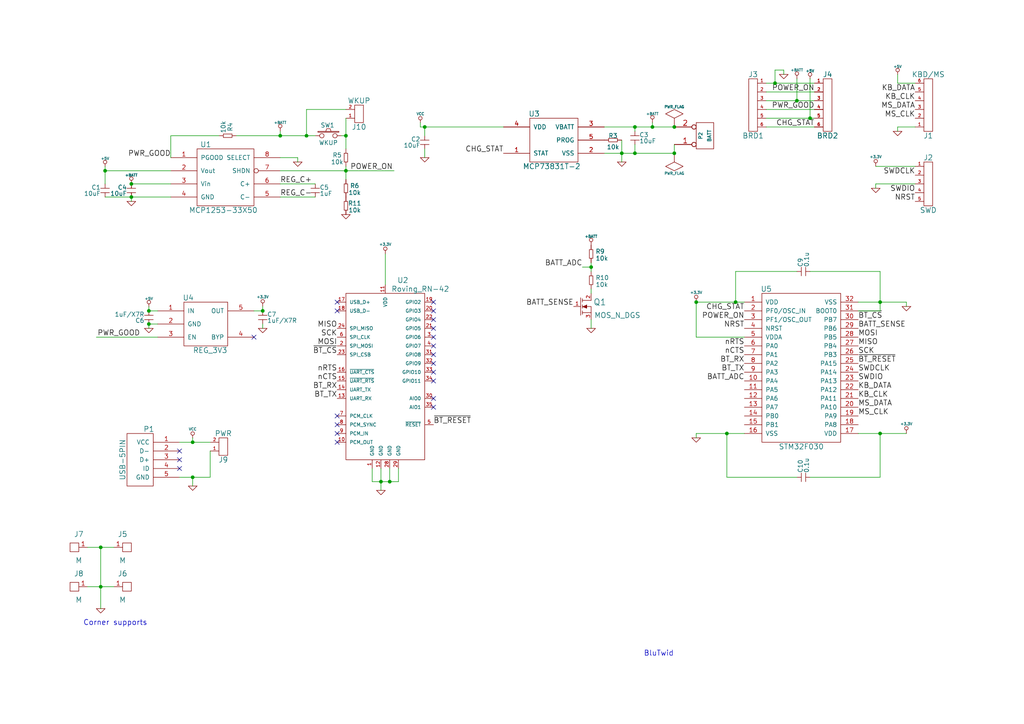
<source format=kicad_sch>
(kicad_sch (version 20230121) (generator eeschema)
  (paper "A4")
  (title_block (date "20 jul 2013"))
  (lib_symbols
    (symbol "blutwid-rescue:+3.3V-RESCUE-blutwid" (power) (pin_names (offset 0))
      (property "Value" "+3.3V-RESCUE-blutwid" (at 0 2.794 0))
      (symbol "+3.3V-RESCUE-blutwid_0_0"
        (pin power_in line (at 0 0 90) (length 0) hide (name "+3.3V") (number "1"))
      )
      (symbol "+3.3V-RESCUE-blutwid_0_1"
        (polyline (pts (xy 0 0) (xy 0 1.016) (xy 0 1.016)))
        (circle (center 0 1.524) (radius 0.508))
      )
    )
    (symbol "blutwid-rescue:+5V" (power) (pin_names (offset 1.016))
      (property "Value" "+5V" (at 0 2.286 0))
      (symbol "+5V_0_0"
        (pin power_in line (at 0 0 90) (length 0) hide (name "+5V") (number "1"))
      )
      (symbol "+5V_0_1"
        (polyline (pts (xy 0 0) (xy 0 0.762) (xy 0 0.762) (xy 0 0.762)))
        (circle (center 0 1.27) (radius 0.508))
      )
    )
    (symbol "blutwid-rescue:+BATT" (power) (pin_names (offset 0))
      (property "Value" "+BATT" (at 0 2.54 0))
      (symbol "+BATT_0_0"
        (pin power_in line (at 0 0 90) (length 0) hide (name "+BATT") (number "1"))
      )
      (symbol "+BATT_0_1"
        (polyline (pts (xy 0 0) (xy 0 1.016) (xy 0 1.016)))
        (circle (center 0 1.524) (radius 0.508))
      )
    )
    (symbol "blutwid-rescue:C" (pin_numbers hide) (pin_names (offset 0.254))
      (property "Reference" "C" (at 1.27 0.254 0))
      (property "Value" "C" (at 1.27 -1.524 0))
      (symbol "C_0_1"
        (polyline (pts (xy -1.27 0) (xy 1.27 0) (xy 1.27 0)))
        (polyline (pts (xy 1.27 -1.27) (xy -1.27 -1.27) (xy -1.27 -1.27)))
      )
      (symbol "C_1_1"
        (pin passive line (at 0 1.27 270) (length 1.27) (name "~") (number "1"))
        (pin passive line (at 0 -2.54 90) (length 1.27) (name "~") (number "2"))
      )
    )
    (symbol "blutwid-rescue:CONN_2" (pin_names (offset 1.016) hide)
      (property "Reference" "P" (at -1.27 0 90))
      (property "Value" "CONN_2" (at 1.27 0 90))
      (symbol "CONN_2_0_1"
        (rectangle (start -2.54 3.81) (end 2.54 -3.81))
      )
      (symbol "CONN_2_1_1"
        (pin passive inverted (at -8.89 2.54 0) (length 6.35) (name "P1") (number "1"))
        (pin passive inverted (at -8.89 -2.54 0) (length 6.35) (name "PM") (number "2"))
      )
    )
    (symbol "blutwid-rescue:GND" (power) (pin_names (offset 0))
      (symbol "GND_0_1"
        (polyline (pts (xy -1.27 0) (xy 0 -1.27) (xy 1.27 0) (xy -1.27 0)))
      )
      (symbol "GND_1_1"
        (pin power_in line (at 0 0 90) (length 0) hide (name "GND") (number "1"))
      )
    )
    (symbol "blutwid-rescue:GND-RESCUE-blutwid" (power) (pin_names (offset 0))
      (symbol "GND-RESCUE-blutwid_0_1"
        (polyline (pts (xy -1.27 0) (xy 0 -1.27) (xy 1.27 0) (xy -1.27 0)))
      )
      (symbol "GND-RESCUE-blutwid_1_1"
        (pin power_in line (at 0 0 90) (length 0) hide (name "GND") (number "1"))
      )
    )
    (symbol "blutwid-rescue:HEADER_1" (pin_names (offset 0))
      (property "Reference" "J" (at 0 3.81 0))
      (property "Value" "HEADER_1" (at 0 -3.81 0))
      (symbol "HEADER_1_0_1"
        (rectangle (start 2.54 1.27) (end 0 -1.27))
      )
      (symbol "HEADER_1_1_1"
        (pin passive line (at -2.54 0 0) (length 2.54) (name "~") (number "1"))
      )
    )
    (symbol "blutwid-rescue:HEADER_2" (pin_names (offset 0))
      (property "Reference" "J" (at 0 3.81 0))
      (property "Value" "HEADER_2" (at 0 -3.81 0))
      (symbol "HEADER_2_0_1"
        (rectangle (start 2.54 2.54) (end 0 -2.54))
      )
      (symbol "HEADER_2_1_1"
        (pin passive line (at -2.54 1.27 0) (length 2.54) (name "~") (number "1"))
        (pin passive line (at -2.54 -1.27 0) (length 2.54) (name "~") (number "2"))
      )
    )
    (symbol "blutwid-rescue:HEADER_5" (pin_names (offset 0))
      (property "Reference" "J" (at 0 7.62 0))
      (property "Value" "HEADER_5" (at 0 -7.62 0))
      (symbol "HEADER_5_0_1"
        (rectangle (start 2.54 6.35) (end 0 -6.35))
      )
      (symbol "HEADER_5_1_1"
        (pin passive line (at -2.54 5.08 0) (length 2.54) (name "~") (number "1"))
        (pin passive line (at -2.54 2.54 0) (length 2.54) (name "~") (number "2"))
        (pin passive line (at -2.54 0 0) (length 2.54) (name "~") (number "3"))
        (pin passive line (at -2.54 -2.54 0) (length 2.54) (name "~") (number "4"))
        (pin passive line (at -2.54 -5.08 0) (length 2.54) (name "~") (number "5"))
      )
    )
    (symbol "blutwid-rescue:HEADER_6" (pin_names (offset 0))
      (property "Reference" "J" (at 0 8.89 0))
      (property "Value" "HEADER_6" (at 0 -8.89 0))
      (symbol "HEADER_6_0_1"
        (rectangle (start 2.54 7.62) (end 0 -7.62))
      )
      (symbol "HEADER_6_1_1"
        (pin passive line (at -2.54 6.35 0) (length 2.54) (name "~") (number "1"))
        (pin passive line (at -2.54 3.81 0) (length 2.54) (name "~") (number "2"))
        (pin passive line (at -2.54 1.27 0) (length 2.54) (name "~") (number "3"))
        (pin passive line (at -2.54 -1.27 0) (length 2.54) (name "~") (number "4"))
        (pin passive line (at -2.54 -3.81 0) (length 2.54) (name "~") (number "5"))
        (pin passive line (at -2.54 -6.35 0) (length 2.54) (name "~") (number "6"))
      )
    )
    (symbol "blutwid-rescue:MCP1252/3" (pin_names (offset 1.016))
      (property "Reference" "U" (at 2.54 1.27 0))
      (property "Value" "MCP1252/3" (at 7.62 -17.78 0))
      (symbol "MCP1252/3_0_1"
        (rectangle (start 0 0) (end 16.51 -16.51))
      )
      (symbol "MCP1252/3_1_1"
        (pin output line (at -7.62 -2.54 0) (length 7.62) (name "PGOOD") (number "1"))
        (pin power_out line (at -7.62 -6.35 0) (length 7.62) (name "Vout") (number "2"))
        (pin power_in line (at -7.62 -10.16 0) (length 7.62) (name "Vin") (number "3"))
        (pin passive line (at -7.62 -13.97 0) (length 7.62) (name "GND") (number "4"))
        (pin passive line (at 24.13 -13.97 180) (length 7.62) (name "C-") (number "5"))
        (pin passive line (at 24.13 -10.16 180) (length 7.62) (name "C+") (number "6"))
        (pin input inverted (at 24.13 -6.35 180) (length 7.62) (name "SHDN") (number "7"))
        (pin input line (at 24.13 -2.54 180) (length 7.62) (name "SELECT") (number "8"))
      )
    )
    (symbol "blutwid-rescue:MCP73831" (pin_names (offset 1.016))
      (property "Reference" "U" (at -5.08 7.62 0))
      (property "Value" "MCP73831" (at 2.54 -7.62 0))
      (symbol "MCP73831_0_1"
        (rectangle (start -6.35 6.35) (end 7.62 -6.35))
      )
      (symbol "MCP73831_1_1"
        (pin open_collector line (at -13.97 -3.81 0) (length 7.62) (name "STAT") (number "1"))
        (pin power_in line (at 15.24 -3.81 180) (length 7.62) (name "VSS") (number "2"))
        (pin passive line (at 15.24 3.81 180) (length 7.62) (name "VBATT") (number "3"))
        (pin power_in line (at -13.97 3.81 0) (length 7.62) (name "VDD") (number "4"))
        (pin passive line (at 15.24 0 180) (length 7.62) (name "PROG") (number "5"))
      )
    )
    (symbol "blutwid-rescue:MOS_N_GDS" (pin_names (offset 0.762) hide)
      (property "Reference" "Q" (at -2.4638 6.35 0))
      (property "Value" "MOS_N_GDS" (at -3.7338 -6.2738 0))
      (symbol "MOS_N_GDS_0_1"
        (polyline (pts (xy -0.508 2.54) (xy -0.508 -2.54) (xy -0.508 -2.54)) (fill (type outline)))
        (polyline (pts (xy 0 -2.286) (xy 0 -1.27) (xy 0 -1.27)) (fill (type outline)))
        (polyline (pts (xy 0 -0.508) (xy 0 0.508) (xy 0 0.508)) (fill (type outline)))
        (polyline (pts (xy 0 1.27) (xy 0 2.286) (xy 0 2.286)) (fill (type outline)))
        (polyline (pts (xy 0 1.778) (xy 2.54 1.778) (xy 2.54 1.778)))
        (polyline (pts (xy 1.27 0.508) (xy 1.27 -0.508) (xy 0 0) (xy 0 0)) (fill (type outline)))
        (polyline (pts (xy 0 -1.778) (xy 2.54 -1.778) (xy 2.54 0) (xy 1.27 0) (xy 1.27 0)))
      )
      (symbol "MOS_N_GDS_1_1"
        (pin input line (at -2.54 0 0) (length 2.032) (name "G") (number "1"))
        (pin passive line (at 2.54 3.81 270) (length 2.032) (name "D") (number "2"))
        (pin passive line (at 2.54 -3.81 90) (length 2.032) (name "S") (number "3"))
      )
    )
    (symbol "blutwid-rescue:PWR_FLAG" (power) (pin_numbers hide) (pin_names (offset 0) hide)
      (property "Value" "PWR_FLAG" (at 0 5.842 0))
      (symbol "PWR_FLAG_0_0"
        (pin power_out line (at 0 0 90) (length 0) (name "pwr") (number "1"))
      )
      (symbol "PWR_FLAG_0_1"
        (polyline (pts (xy 0 0) (xy 0 2.54) (xy 0 2.54)))
        (polyline (pts (xy 0 2.54) (xy -2.54 3.81) (xy 0 5.08) (xy 2.54 3.81) (xy 0 2.54)))
      )
    )
    (symbol "blutwid-rescue:R" (pin_numbers hide) (pin_names (offset 0))
      (property "Reference" "R" (at -1.27 1.27 90))
      (property "Value" "R" (at 1.27 1.27 90))
      (symbol "R_0_1"
        (rectangle (start 0.508 1.27) (end -0.508 -1.27))
      )
      (symbol "R_1_1"
        (pin passive line (at 0 2.54 270) (length 1.27) (name "~") (number "1"))
        (pin passive line (at 0 -2.54 90) (length 1.27) (name "~") (number "2"))
      )
    )
    (symbol "blutwid-rescue:REG_3V3" (pin_names (offset 1.016))
      (property "Reference" "U" (at -5.08 7.62 0))
      (property "Value" "REG_3V3" (at 1.27 -7.62 0))
      (symbol "REG_3V3_0_1"
        (rectangle (start -6.35 6.35) (end 6.35 -6.35))
      )
      (symbol "REG_3V3_1_1"
        (pin power_in line (at -13.97 3.81 0) (length 7.62) (name "IN") (number "1"))
        (pin power_in line (at -13.97 0 0) (length 7.62) (name "GND") (number "2"))
        (pin input line (at -13.97 -3.81 0) (length 7.62) (name "EN") (number "3"))
        (pin passive line (at 13.97 -3.81 180) (length 7.62) (name "BYP") (number "4"))
        (pin power_out line (at 13.97 3.81 180) (length 7.62) (name "OUT") (number "5"))
      )
    )
    (symbol "blutwid-rescue:Roving_RN-42" (pin_names (offset 1.016))
      (property "Reference" "U" (at 5.08 27.94 0))
      (property "Value" "Roving_RN-42" (at 10.16 25.4 0))
      (symbol "Roving_RN-42_0_1"
        (rectangle (start -11.43 24.13) (end 11.43 -24.13))
      )
      (symbol "Roving_RN-42_1_1"
        (pin passive line (at -3.81 -26.67 90) (length 2.54) (name "GND") (number "1"))
        (pin passive line (at -13.97 -19.05 0) (length 2.54) (name "PCM_OUT") (number "10"))
        (pin passive line (at 0 26.67 270) (length 2.54) (name "VDD") (number "11"))
        (pin passive line (at -1.27 -26.67 90) (length 2.54) (name "GND") (number "12"))
        (pin passive line (at -13.97 -6.35 0) (length 2.54) (name "UART_RX") (number "13"))
        (pin passive line (at -13.97 -3.81 0) (length 2.54) (name "UART_TX") (number "14"))
        (pin passive line (at -13.97 -1.27 0) (length 2.54) (name "~{UART_RTS}") (number "15"))
        (pin passive line (at -13.97 1.27 0) (length 2.54) (name "~{UART_CTS}") (number "16"))
        (pin passive line (at -13.97 21.59 0) (length 2.54) (name "USB_D+") (number "17"))
        (pin passive line (at -13.97 19.05 0) (length 2.54) (name "USB_D-") (number "18"))
        (pin passive line (at 13.97 21.59 180) (length 2.54) (name "GPIO2") (number "19"))
        (pin passive line (at -13.97 8.89 0) (length 2.54) (name "SPI_MOSI") (number "2"))
        (pin passive line (at 13.97 19.05 180) (length 2.54) (name "GPIO3") (number "20"))
        (pin passive line (at 13.97 13.97 180) (length 2.54) (name "GPIO5") (number "21"))
        (pin passive line (at 13.97 16.51 180) (length 2.54) (name "GPIO4") (number "22"))
        (pin passive line (at -13.97 6.35 0) (length 2.54) (name "SPI_CSB") (number "23"))
        (pin passive line (at -13.97 13.97 0) (length 2.54) (name "SPI_MISO") (number "24"))
        (pin passive line (at 1.27 -26.67 90) (length 2.54) (name "GND") (number "28"))
        (pin passive line (at 3.81 -26.67 90) (length 2.54) (name "GND") (number "29"))
        (pin passive line (at 13.97 11.43 180) (length 2.54) (name "GPIO6") (number "3"))
        (pin passive line (at 13.97 -6.35 180) (length 2.54) (name "AIO0") (number "30"))
        (pin passive line (at 13.97 6.35 180) (length 2.54) (name "GPIO8") (number "31"))
        (pin passive line (at 13.97 3.81 180) (length 2.54) (name "GPIO9") (number "32"))
        (pin passive line (at 13.97 1.27 180) (length 2.54) (name "GPIO10") (number "33"))
        (pin passive line (at 13.97 -1.27 180) (length 2.54) (name "GPIO11") (number "34"))
        (pin passive line (at 13.97 -8.89 180) (length 2.54) (name "AIO1") (number "35"))
        (pin passive line (at 13.97 8.89 180) (length 2.54) (name "GPIO7") (number "4"))
        (pin passive line (at 13.97 -13.97 180) (length 2.54) (name "~{RESET}") (number "5"))
        (pin passive line (at -13.97 11.43 0) (length 2.54) (name "SPI_CLK") (number "6"))
        (pin passive line (at -13.97 -11.43 0) (length 2.54) (name "PCM_CLK") (number "7"))
        (pin passive line (at -13.97 -13.97 0) (length 2.54) (name "PCM_SYNC") (number "8"))
        (pin passive line (at -13.97 -16.51 0) (length 2.54) (name "PCM_IN") (number "9"))
      )
    )
    (symbol "blutwid-rescue:STM32F030-32SMD" (pin_names (offset 1.016))
      (property "Reference" "U" (at 1.27 44.45 0))
      (property "Value" "STM32F030-32SMD" (at 11.43 -1.27 0))
      (property "Supplier" "element14:http://au.element14.com/stmicroelectronics/stm32f030k6t6/mcu-32bit-cortex-m0-48mhz-lqfp/dp/2432085" (at 11.43 -7.62 0))
      (symbol "STM32F030-32SMD_0_1"
        (rectangle (start 0 0) (end 22.86 43.18))
      )
      (symbol "STM32F030-32SMD_1_1"
        (pin power_in line (at -5.08 40.64 0) (length 5.08) (name "VDD") (number "1"))
        (pin bidirectional line (at -5.08 17.78 0) (length 5.08) (name "PA4") (number "10"))
        (pin bidirectional line (at -5.08 15.24 0) (length 5.08) (name "PA5") (number "11"))
        (pin bidirectional line (at -5.08 12.7 0) (length 5.08) (name "PA6") (number "12"))
        (pin bidirectional line (at -5.08 10.16 0) (length 5.08) (name "PA7") (number "13"))
        (pin bidirectional line (at -5.08 7.62 0) (length 5.08) (name "PB0") (number "14"))
        (pin bidirectional line (at -5.08 5.08 0) (length 5.08) (name "PB1") (number "15"))
        (pin power_in line (at -5.08 2.54 0) (length 5.08) (name "VSS") (number "16"))
        (pin power_in line (at 27.94 2.54 180) (length 5.08) (name "VDD") (number "17"))
        (pin bidirectional line (at 27.94 5.08 180) (length 5.08) (name "PA8") (number "18"))
        (pin bidirectional line (at 27.94 7.62 180) (length 5.08) (name "PA9") (number "19"))
        (pin bidirectional line (at -5.08 38.1 0) (length 5.08) (name "PF0/OSC_IN") (number "2"))
        (pin bidirectional line (at 27.94 10.16 180) (length 5.08) (name "PA10") (number "20"))
        (pin bidirectional line (at 27.94 12.7 180) (length 5.08) (name "PA11") (number "21"))
        (pin bidirectional line (at 27.94 15.24 180) (length 5.08) (name "PA12") (number "22"))
        (pin bidirectional line (at 27.94 17.78 180) (length 5.08) (name "PA13") (number "23"))
        (pin bidirectional line (at 27.94 20.32 180) (length 5.08) (name "PA14") (number "24"))
        (pin bidirectional line (at 27.94 22.86 180) (length 5.08) (name "PA15") (number "25"))
        (pin bidirectional line (at 27.94 25.4 180) (length 5.08) (name "PB3") (number "26"))
        (pin bidirectional line (at 27.94 27.94 180) (length 5.08) (name "PB4") (number "27"))
        (pin bidirectional line (at 27.94 30.48 180) (length 5.08) (name "PB5") (number "28"))
        (pin bidirectional line (at 27.94 33.02 180) (length 5.08) (name "PB6") (number "29"))
        (pin bidirectional line (at -5.08 35.56 0) (length 5.08) (name "PF1/OSC_OUT") (number "3"))
        (pin bidirectional line (at 27.94 35.56 180) (length 5.08) (name "PB7") (number "30"))
        (pin input line (at 27.94 38.1 180) (length 5.08) (name "BOOT0") (number "31"))
        (pin power_in line (at 27.94 40.64 180) (length 5.08) (name "VSS") (number "32"))
        (pin input line (at -5.08 33.02 0) (length 5.08) (name "NRST") (number "4"))
        (pin power_in line (at -5.08 30.48 0) (length 5.08) (name "VDDA") (number "5"))
        (pin bidirectional line (at -5.08 27.94 0) (length 5.08) (name "PA0") (number "6"))
        (pin bidirectional line (at -5.08 25.4 0) (length 5.08) (name "PA1") (number "7"))
        (pin bidirectional line (at -5.08 22.86 0) (length 5.08) (name "PA2") (number "8"))
        (pin bidirectional line (at -5.08 20.32 0) (length 5.08) (name "PA3") (number "9"))
      )
    )
    (symbol "blutwid-rescue:SW_PUSH" (pin_numbers hide) (pin_names (offset 1.016) hide)
      (property "Reference" "SW" (at 0.254 3.048 0))
      (property "Value" "SW_PUSH" (at 0 -2.032 0))
      (symbol "SW_PUSH_0_0"
        (rectangle (start -3.048 1.016) (end 3.048 1.27))
        (polyline (pts (xy -0.762 1.27) (xy -0.508 2.032) (xy 0.508 2.032) (xy 0.762 1.27) (xy 0.762 1.27)))
      )
      (symbol "SW_PUSH_0_1"
        (pin passive inverted (at -3.81 0 0) (length 2.54) (name "1") (number "1"))
        (pin passive inverted (at 3.81 0 180) (length 2.54) (name "2") (number "2"))
      )
    )
    (symbol "blutwid-rescue:USB-5PIN" (pin_names (offset 1.016))
      (property "Reference" "P" (at 1.27 8.89 0))
      (property "Value" "USB-5PIN" (at 8.89 0 90))
      (symbol "USB-5PIN_0_1"
        (rectangle (start 0 7.62) (end 7.62 -7.62))
      )
      (symbol "USB-5PIN_1_1"
        (pin power_out line (at -7.62 5.08 0) (length 7.62) (name "VCC") (number "1"))
        (pin bidirectional line (at -7.62 2.54 0) (length 7.62) (name "D-") (number "2"))
        (pin bidirectional line (at -7.62 0 0) (length 7.62) (name "D+") (number "3"))
        (pin bidirectional line (at -7.62 -2.54 0) (length 7.62) (name "ID") (number "4"))
        (pin passive line (at -7.62 -5.08 0) (length 7.62) (name "GND") (number "5"))
      )
    )
    (symbol "blutwid-rescue:VCC" (power) (pin_names (offset 0))
      (property "Value" "VCC" (at 0 2.54 0))
      (symbol "VCC_0_0"
        (pin power_in line (at 0 0 90) (length 0) hide (name "VCC") (number "1"))
      )
      (symbol "VCC_0_1"
        (polyline (pts (xy 0 0) (xy 0 0.762) (xy 0 0.762)))
        (circle (center 0 1.27) (radius 0.508))
      )
    )
  )
  (junction (at 184.15 36.83))
  (junction (at 38.1 57.15))
  (junction (at 184.15 44.45))
  (junction (at 29.21 158.75))
  (junction (at 213.36 87.63))
  (junction (at 55.88 128.27))
  (junction (at 81.28 39.37))
  (junction (at 110.49 139.7))
  (junction (at 100.33 39.37))
  (junction (at 100.33 49.53))
  (junction (at 29.21 170.18))
  (junction (at 195.58 44.45))
  (junction (at 210.82 125.73))
  (junction (at 255.27 87.63))
  (junction (at 113.03 139.7))
  (junction (at 38.1 53.34))
  (junction (at 43.18 90.17))
  (junction (at 231.14 29.21))
  (junction (at 180.34 44.45))
  (junction (at 195.58 36.83))
  (junction (at 55.88 138.43))
  (junction (at 234.95 34.29))
  (junction (at 43.18 93.98))
  (junction (at 30.48 49.53))
  (junction (at 201.93 87.63))
  (junction (at 189.23 36.83))
  (junction (at 255.27 125.73))
  (junction (at 88.9 39.37))
  (junction (at 76.2 90.17))
  (junction (at 224.79 24.13))
  (junction (at 171.45 77.47))
  (junction (at 123.19 36.83))
  (no_connect (at 125.73 100.33))
  (no_connect (at 125.73 92.71))
  (no_connect (at 125.73 102.87))
  (no_connect (at 97.79 123.19))
  (no_connect (at 125.73 105.41))
  (no_connect (at 125.73 97.79))
  (no_connect (at 97.79 120.65))
  (no_connect (at 125.73 90.17))
  (no_connect (at 52.07 135.89))
  (no_connect (at 125.73 95.25))
  (no_connect (at 97.79 125.73))
  (no_connect (at 97.79 87.63))
  (no_connect (at 125.73 87.63))
  (no_connect (at 52.07 133.35))
  (no_connect (at 73.66 97.79))
  (no_connect (at 97.79 128.27))
  (no_connect (at 125.73 115.57))
  (no_connect (at 97.79 90.17))
  (no_connect (at 125.73 118.11))
  (no_connect (at 125.73 110.49))
  (no_connect (at 52.07 130.81))
  (no_connect (at 125.73 107.95))
  (wire (pts (xy 30.48 48.26) (xy 30.48 49.53)))
  (wire (pts (xy 234.95 34.29) (xy 222.25 34.29)))
  (wire (pts (xy 113.03 139.7) (xy 113.03 135.89)))
  (wire (pts (xy 55.88 128.27) (xy 60.96 128.27)))
  (wire (pts (xy 107.95 139.7) (xy 110.49 139.7)))
  (wire (pts (xy 236.22 29.21) (xy 231.14 29.21)))
  (wire (pts (xy 43.18 93.98) (xy 43.18 95.25)))
  (wire (pts (xy 45.72 93.98) (xy 43.18 93.98)))
  (wire (pts (xy 110.49 139.7) (xy 110.49 142.24)))
  (wire (pts (xy 60.96 138.43) (xy 60.96 130.81)))
  (wire (pts (xy 231.14 22.86) (xy 231.14 29.21)))
  (wire (pts (xy 100.33 31.75) (xy 88.9 31.75)))
  (wire (pts (xy 121.92 36.83) (xy 123.19 36.83)))
  (wire (pts (xy 45.72 97.79) (xy 27.94 97.79)))
  (wire (pts (xy 213.36 87.63) (xy 213.36 78.74)))
  (wire (pts (xy 30.48 57.15) (xy 38.1 57.15)))
  (wire (pts (xy 175.26 44.45) (xy 180.34 44.45)))
  (wire (pts (xy 224.79 24.13) (xy 236.22 24.13)))
  (wire (pts (xy 248.92 87.63) (xy 255.27 87.63)))
  (wire (pts (xy 213.36 78.74) (xy 231.14 78.74)))
  (wire (pts (xy 255.27 78.74) (xy 255.27 87.63)))
  (wire (pts (xy 73.66 90.17) (xy 76.2 90.17)))
  (wire (pts (xy 189.23 35.56) (xy 189.23 36.83)))
  (wire (pts (xy 227.33 20.32) (xy 224.79 20.32)))
  (wire (pts (xy 55.88 128.27) (xy 55.88 127)))
  (wire (pts (xy 168.91 77.47) (xy 171.45 77.47)))
  (wire (pts (xy 255.27 87.63) (xy 255.27 90.17)))
  (wire (pts (xy 45.72 90.17) (xy 43.18 90.17)))
  (wire (pts (xy 68.58 39.37) (xy 81.28 39.37)))
  (wire (pts (xy 25.4 170.18) (xy 29.21 170.18)))
  (wire (pts (xy 236.22 31.75) (xy 222.25 31.75)))
  (wire (pts (xy 29.21 170.18) (xy 33.02 170.18)))
  (wire (pts (xy 76.2 93.98) (xy 76.2 95.25)))
  (wire (pts (xy 123.19 36.83) (xy 123.19 39.37)))
  (wire (pts (xy 184.15 44.45) (xy 195.58 44.45)))
  (wire (pts (xy 189.23 36.83) (xy 195.58 36.83)))
  (wire (pts (xy 222.25 24.13) (xy 224.79 24.13)))
  (wire (pts (xy 29.21 158.75) (xy 29.21 170.18)))
  (wire (pts (xy 236.22 36.83) (xy 222.25 36.83)))
  (wire (pts (xy 38.1 57.15) (xy 49.53 57.15)))
  (wire (pts (xy 234.95 138.43) (xy 255.27 138.43)))
  (wire (pts (xy 86.36 45.72) (xy 81.28 45.72)))
  (wire (pts (xy 265.43 36.83) (xy 260.35 36.83)))
  (wire (pts (xy 110.49 139.7) (xy 113.03 139.7)))
  (wire (pts (xy 224.79 20.32) (xy 224.79 24.13)))
  (wire (pts (xy 100.33 49.53) (xy 100.33 52.07)))
  (wire (pts (xy 88.9 39.37) (xy 91.44 39.37)))
  (wire (pts (xy 107.95 135.89) (xy 107.95 139.7)))
  (wire (pts (xy 30.48 49.53) (xy 30.48 53.34)))
  (wire (pts (xy 76.2 90.17) (xy 76.2 88.9)))
  (wire (pts (xy 201.93 97.79) (xy 201.93 87.63)))
  (wire (pts (xy 231.14 29.21) (xy 222.25 29.21)))
  (wire (pts (xy 254 53.34) (xy 265.43 53.34)))
  (wire (pts (xy 180.34 40.64) (xy 180.34 44.45)))
  (wire (pts (xy 201.93 125.73) (xy 210.82 125.73)))
  (wire (pts (xy 52.07 138.43) (xy 55.88 138.43)))
  (wire (pts (xy 81.28 39.37) (xy 88.9 39.37)))
  (wire (pts (xy 100.33 39.37) (xy 99.06 39.37)))
  (wire (pts (xy 115.57 139.7) (xy 115.57 135.89)))
  (wire (pts (xy 86.36 46.99) (xy 86.36 45.72)))
  (wire (pts (xy 111.76 82.55) (xy 111.76 73.66)))
  (wire (pts (xy 215.9 97.79) (xy 201.93 97.79)))
  (wire (pts (xy 100.33 34.29) (xy 100.33 39.37)))
  (wire (pts (xy 210.82 125.73) (xy 210.82 138.43)))
  (wire (pts (xy 213.36 87.63) (xy 215.9 87.63)))
  (wire (pts (xy 260.35 24.13) (xy 260.35 21.59)))
  (wire (pts (xy 25.4 158.75) (xy 29.21 158.75)))
  (wire (pts (xy 43.18 90.17) (xy 43.18 88.9)))
  (wire (pts (xy 255.27 90.17) (xy 248.92 90.17)))
  (wire (pts (xy 171.45 77.47) (xy 171.45 78.74)))
  (wire (pts (xy 49.53 49.53) (xy 30.48 49.53)))
  (wire (pts (xy 81.28 53.34) (xy 91.44 53.34)))
  (wire (pts (xy 52.07 128.27) (xy 55.88 128.27)))
  (wire (pts (xy 123.19 36.83) (xy 146.05 36.83)))
  (wire (pts (xy 29.21 170.18) (xy 29.21 176.53)))
  (wire (pts (xy 201.93 87.63) (xy 213.36 87.63)))
  (wire (pts (xy 265.43 24.13) (xy 260.35 24.13)))
  (wire (pts (xy 227.33 21.59) (xy 227.33 20.32)))
  (wire (pts (xy 255.27 138.43) (xy 255.27 125.73)))
  (wire (pts (xy 81.28 39.37) (xy 81.28 38.1)))
  (wire (pts (xy 175.26 36.83) (xy 184.15 36.83)))
  (wire (pts (xy 234.95 78.74) (xy 255.27 78.74)))
  (wire (pts (xy 184.15 41.91) (xy 184.15 44.45)))
  (wire (pts (xy 29.21 158.75) (xy 33.02 158.75)))
  (wire (pts (xy 180.34 44.45) (xy 180.34 46.99)))
  (wire (pts (xy 234.95 22.86) (xy 234.95 34.29)))
  (wire (pts (xy 123.19 45.72) (xy 123.19 43.18)))
  (wire (pts (xy 222.25 26.67) (xy 236.22 26.67)))
  (wire (pts (xy 260.35 36.83) (xy 260.35 38.1)))
  (wire (pts (xy 195.58 44.45) (xy 195.58 41.91)))
  (wire (pts (xy 49.53 45.72) (xy 49.53 39.37)))
  (wire (pts (xy 81.28 49.53) (xy 100.33 49.53)))
  (wire (pts (xy 254 54.61) (xy 254 53.34)))
  (wire (pts (xy 100.33 39.37) (xy 100.33 43.18)))
  (wire (pts (xy 171.45 76.2) (xy 171.45 77.47)))
  (wire (pts (xy 262.89 87.63) (xy 262.89 88.9)))
  (wire (pts (xy 100.33 49.53) (xy 114.3 49.53)))
  (wire (pts (xy 91.44 57.15) (xy 81.28 57.15)))
  (wire (pts (xy 184.15 36.83) (xy 184.15 38.1)))
  (wire (pts (xy 55.88 138.43) (xy 55.88 140.97)))
  (wire (pts (xy 210.82 125.73) (xy 215.9 125.73)))
  (wire (pts (xy 184.15 36.83) (xy 189.23 36.83)))
  (wire (pts (xy 49.53 39.37) (xy 63.5 39.37)))
  (wire (pts (xy 255.27 125.73) (xy 262.89 125.73)))
  (wire (pts (xy 210.82 138.43) (xy 231.14 138.43)))
  (wire (pts (xy 201.93 125.73) (xy 201.93 127)))
  (wire (pts (xy 88.9 31.75) (xy 88.9 39.37)))
  (wire (pts (xy 110.49 135.89) (xy 110.49 139.7)))
  (wire (pts (xy 100.33 48.26) (xy 100.33 49.53)))
  (wire (pts (xy 55.88 138.43) (xy 60.96 138.43)))
  (wire (pts (xy 38.1 57.15) (xy 38.1 58.42)))
  (wire (pts (xy 113.03 139.7) (xy 115.57 139.7)))
  (wire (pts (xy 171.45 83.82) (xy 171.45 85.09)))
  (wire (pts (xy 255.27 87.63) (xy 262.89 87.63)))
  (wire (pts (xy 180.34 44.45) (xy 184.15 44.45)))
  (wire (pts (xy 265.43 48.26) (xy 254 48.26)))
  (wire (pts (xy 236.22 34.29) (xy 234.95 34.29)))
  (wire (pts (xy 171.45 92.71) (xy 171.45 95.25)))
  (wire (pts (xy 248.92 125.73) (xy 255.27 125.73)))
  (wire (pts (xy 121.92 36.83) (xy 121.92 35.56)))
  (wire (pts (xy 49.53 53.34) (xy 38.1 53.34)))
  (text "Corner supports" (at 24.13 181.61 0) (effects (font (size 1.524 1.524)) (justify left bottom)))
  (text "BluTwid" (at 186.69 190.5 0) (effects (font (size 1.524 1.524)) (justify left bottom)))
  (label "PWR_GOOD" (at 40.64 97.79 180) (effects (font (size 1.524 1.524))))
  (label "NRST" (at 215.9 95.25 180) (effects (font (size 1.524 1.524))))
  (label "BATT_SENSE" (at 248.92 95.25 0) (effects (font (size 1.524 1.524))))
  (label "BATT_SENSE" (at 166.37 88.9 180) (effects (font (size 1.524 1.524))))
  (label "nRTS" (at 97.79 107.95 180) (effects (font (size 1.524 1.524))))
  (label "nCTS" (at 97.79 110.49 180) (effects (font (size 1.524 1.524))))
  (label "~{BT_CS}" (at 248.92 92.71 0) (effects (font (size 1.524 1.524))))
  (label "MOSI" (at 248.92 97.79 0) (effects (font (size 1.524 1.524))))
  (label "REG_C+" (at 81.28 53.34 0) (effects (font (size 1.524 1.524))))
  (label "BATT_ADC" (at 168.91 77.47 180) (effects (font (size 1.524 1.524))))
  (label "KB_DATA" (at 265.43 26.67 180) (effects (font (size 1.524 1.524))))
  (label "nRTS" (at 215.9 100.33 180) (effects (font (size 1.524 1.524))))
  (label "BT_TX" (at 97.79 115.57 180) (effects (font (size 1.524 1.524))))
  (label "MS_DATA" (at 265.43 31.75 180) (effects (font (size 1.524 1.524))))
  (label "SCK" (at 248.92 102.87 0) (effects (font (size 1.524 1.524))))
  (label "~{BT_RESET}" (at 248.92 105.41 0) (effects (font (size 1.524 1.524))))
  (label "~{BT_CS}" (at 97.79 102.87 180) (effects (font (size 1.524 1.524))))
  (label "KB_DATA" (at 248.92 113.03 0) (effects (font (size 1.524 1.524))))
  (label "PWR_GOOD" (at 236.22 31.75 180) (effects (font (size 1.524 1.524))))
  (label "SWDCLK" (at 265.43 50.8 180) (effects (font (size 1.524 1.524))))
  (label "BATT_ADC" (at 215.9 110.49 180) (effects (font (size 1.524 1.524))))
  (label "KB_CLK" (at 265.43 29.21 180) (effects (font (size 1.524 1.524))))
  (label "~{BT_RESET}" (at 125.73 123.19 0) (effects (font (size 1.524 1.524))))
  (label "MS_CLK" (at 265.43 34.29 180) (effects (font (size 1.524 1.524))))
  (label "KB_CLK" (at 248.92 115.57 0) (effects (font (size 1.524 1.524))))
  (label "REG_C-" (at 81.28 57.15 0) (effects (font (size 1.524 1.524))))
  (label "MS_DATA" (at 248.92 118.11 0) (effects (font (size 1.524 1.524))))
  (label "SCK" (at 97.79 97.79 180) (effects (font (size 1.524 1.524))))
  (label "POWER_ON" (at 101.6 49.53 0) (effects (font (size 1.524 1.524))))
  (label "SWDIO" (at 248.92 110.49 0) (effects (font (size 1.524 1.524))))
  (label "SWDIO" (at 265.43 55.88 180) (effects (font (size 1.524 1.524))))
  (label "nCTS" (at 215.9 102.87 180) (effects (font (size 1.524 1.524))))
  (label "CHG_STAT" (at 215.9 90.17 180) (effects (font (size 1.524 1.524))))
  (label "CHG_STAT" (at 236.22 36.83 180) (effects (font (size 1.524 1.524))))
  (label "SWDCLK" (at 248.92 107.95 0) (effects (font (size 1.524 1.524))))
  (label "NRST" (at 265.43 58.42 180) (effects (font (size 1.524 1.524))))
  (label "BT_TX" (at 215.9 107.95 180) (effects (font (size 1.524 1.524))))
  (label "BT_RX" (at 215.9 105.41 180) (effects (font (size 1.524 1.524))))
  (label "MISO" (at 248.92 100.33 0) (effects (font (size 1.524 1.524))))
  (label "POWER_ON" (at 215.9 92.71 180) (effects (font (size 1.524 1.524))))
  (label "MISO" (at 97.79 95.25 180) (effects (font (size 1.524 1.524))))
  (label "PWR_GOOD" (at 49.53 45.72 180) (effects (font (size 1.524 1.524))))
  (label "MS_CLK" (at 248.92 120.65 0) (effects (font (size 1.524 1.524))))
  (label "BT_RX" (at 97.79 113.03 180) (effects (font (size 1.524 1.524))))
  (label "POWER_ON" (at 236.22 26.67 180) (effects (font (size 1.524 1.524))))
  (label "CHG_STAT" (at 146.05 44.45 180) (effects (font (size 1.524 1.524))))
  (label "MOSI" (at 97.79 100.33 180) (effects (font (size 1.524 1.524))))
  (symbol (lib_id "blutwid-rescue:+3.3V-RESCUE-blutwid") (at 111.76 73.66 0) (unit 1)
    (property "Reference" "#PWR15" (effects hide))
    (property "Value" "+3.3V" (at 111.76 70.866 0) (effects (font (size 0.762 0.762))))
  )
  (symbol (lib_id "blutwid-rescue:GND-RESCUE-blutwid") (at 110.49 142.24 0) (unit 1)
    (property "Reference" "#PWR14" (effects hide))
    (property "Value" "GND" (effects hide))
  )
  (symbol (lib_id "blutwid-rescue:MCP73831") (at 160.02 40.64 0) (unit 1)
    (property "Reference" "U3" (at 154.94 33.02 0) (effects (font (size 1.524 1.524))))
    (property "Value" "MCP73831T-2" (at 160.02 48.26 0) (effects (font (size 1.524 1.524))))
    (property "Footprint" "w_smd_trans:sot23-5" (effects hide))
    (property "manf#" "MCP73831T-2ATI/OT" (effects hide))
  )
  (symbol (lib_id "blutwid-rescue:C") (at 123.19 40.64 0) (mirror y) (unit 1)
    (property "Reference" "C2" (at 121.92 40.386 0) (effects (justify left)))
    (property "Value" "10uF" (at 121.92 42.164 0) (effects (justify left)))
    (property "Footprint" "w_smd_cap:c_1206" (effects hide))
  )
  (symbol (lib_id "blutwid-rescue:C") (at 184.15 39.37 0) (unit 1)
    (property "Reference" "C3" (at 185.42 39.116 0) (effects (justify left)))
    (property "Value" "10uF" (at 185.42 40.894 0) (effects (justify left)))
    (property "Footprint" "w_smd_cap:c_1206" (effects hide))
  )
  (symbol (lib_id "blutwid-rescue:R") (at 177.8 40.64 90) (mirror x) (unit 1)
    (property "Reference" "R3" (at 177.8 39.37 90))
    (property "Value" "10k" (at 177.8 41.91 90) (effects (justify top)))
    (property "Footprint" "w_smd_resistors:r_0402" (effects hide))
  )
  (symbol (lib_id "blutwid-rescue:GND-RESCUE-blutwid") (at 123.19 45.72 0) (unit 1)
    (property "Reference" "#PWR17" (effects hide))
    (property "Value" "GND" (effects hide))
  )
  (symbol (lib_id "blutwid-rescue:GND-RESCUE-blutwid") (at 55.88 140.97 0) (mirror y) (unit 1)
    (property "Reference" "#PWR8" (effects hide))
    (property "Value" "GND" (effects hide))
  )
  (symbol (lib_id "blutwid-rescue:CONN_2") (at 204.47 39.37 0) (mirror x) (unit 1)
    (property "Reference" "P2" (at 203.2 39.37 90) (effects (font (size 1.016 1.016))))
    (property "Value" "BATT" (at 205.74 39.37 90) (effects (font (size 1.016 1.016))))
    (property "Footprint" "w_pin_strip:pin_strip_2" (effects hide))
  )
  (symbol (lib_id "blutwid-rescue:SW_PUSH") (at 95.25 39.37 0) (mirror y) (unit 1)
    (property "Reference" "SW1" (at 94.996 36.322 0))
    (property "Value" "WKUP" (at 95.25 41.402 0))
    (property "Footprint" "Buttons_Switches_SMD:SW_SPST_EVQP7A" (effects hide))
    (property "manf#" "EVQP7A01K" (effects hide))
  )
  (symbol (lib_id "blutwid-rescue:R") (at 100.33 45.72 0) (unit 1)
    (property "Reference" "R5" (at 97.79 45.72 0) (effects (justify bottom)))
    (property "Value" "10k" (at 97.79 46.99 0))
    (property "Footprint" "w_smd_resistors:r_0402" (effects hide))
  )
  (symbol (lib_id "blutwid-rescue:+BATT") (at 38.1 53.34 0) (unit 1)
    (property "Reference" "#PWR3" (effects hide))
    (property "Value" "+BATT" (at 38.1 50.8 0) (effects (font (size 0.762 0.762))))
  )
  (symbol (lib_id "blutwid-rescue:MCP1252/3") (at 57.15 43.18 0) (unit 1)
    (property "Reference" "U1" (at 59.69 41.91 0) (effects (font (size 1.524 1.524))))
    (property "Value" "MCP1253-33X50" (at 64.77 60.96 0) (effects (font (size 1.524 1.524))))
    (property "Footprint" "w_smd_dil:msoic-8" (effects hide))
    (property "manf#" "MCP1253-33X50I/MS" (effects hide))
  )
  (symbol (lib_id "blutwid-rescue:C") (at 91.44 54.61 0) (unit 1)
    (property "Reference" "C5" (at 92.71 54.356 0) (effects (justify left)))
    (property "Value" "1uF" (at 92.71 56.134 0) (effects (justify left)))
    (property "Footprint" "w_smd_cap:c_0805" (effects hide))
  )
  (symbol (lib_id "blutwid-rescue:C") (at 38.1 54.61 0) (mirror y) (unit 1)
    (property "Reference" "C4" (at 36.83 54.356 0) (effects (justify left)))
    (property "Value" "10uF" (at 36.83 56.134 0) (effects (justify left)))
    (property "Footprint" "w_smd_cap:c_1206" (effects hide))
  )
  (symbol (lib_id "blutwid-rescue:GND-RESCUE-blutwid") (at 38.1 58.42 0) (unit 1)
    (property "Reference" "#PWR4" (effects hide))
    (property "Value" "GND" (effects hide))
  )
  (symbol (lib_id "blutwid-rescue:R") (at 100.33 54.61 0) (unit 1)
    (property "Reference" "R6" (at 102.87 54.61 0) (effects (justify bottom)))
    (property "Value" "10k" (at 102.87 55.88 0))
    (property "Footprint" "w_smd_resistors:r_0402" (effects hide))
  )
  (symbol (lib_id "blutwid-rescue:C") (at 30.48 54.61 0) (mirror y) (unit 1)
    (property "Reference" "C1" (at 29.21 54.356 0) (effects (justify left)))
    (property "Value" "10uF" (at 29.21 56.134 0) (effects (justify left)))
    (property "Footprint" "w_smd_cap:c_1206" (effects hide))
  )
  (symbol (lib_id "blutwid-rescue:+BATT") (at 81.28 38.1 0) (unit 1)
    (property "Reference" "#PWR11" (effects hide))
    (property "Value" "+BATT" (at 81.28 35.56 0) (effects (font (size 0.762 0.762))))
  )
  (symbol (lib_id "blutwid-rescue:GND-RESCUE-blutwid") (at 100.33 62.23 0) (unit 1)
    (property "Reference" "#PWR13" (effects hide))
    (property "Value" "GND" (effects hide))
  )
  (symbol (lib_id "blutwid-rescue:+BATT") (at 189.23 35.56 0) (unit 1)
    (property "Reference" "#PWR21" (effects hide))
    (property "Value" "+BATT" (at 189.23 33.02 0) (effects (font (size 0.762 0.762))))
  )
  (symbol (lib_id "blutwid-rescue:GND-RESCUE-blutwid") (at 180.34 46.99 0) (unit 1)
    (property "Reference" "#PWR20" (effects hide))
    (property "Value" "GND" (effects hide))
  )
  (symbol (lib_id "blutwid-rescue:VCC") (at 121.92 35.56 0) (unit 1)
    (property "Reference" "#PWR16" (effects hide))
    (property "Value" "VCC" (at 121.92 33.02 0) (effects (font (size 0.762 0.762))))
  )
  (symbol (lib_id "blutwid-rescue:R") (at 171.45 73.66 0) (unit 1)
    (property "Reference" "R9" (at 172.72 73.66 0) (effects (justify left bottom)))
    (property "Value" "10k" (at 172.72 74.93 0) (effects (justify left)))
    (property "Footprint" "w_smd_resistors:r_0402" (effects hide))
  )
  (symbol (lib_id "blutwid-rescue:R") (at 171.45 81.28 0) (unit 1)
    (property "Reference" "R10" (at 172.72 81.28 0) (effects (justify left bottom)))
    (property "Value" "10k" (at 172.72 82.55 0) (effects (justify left)))
    (property "Footprint" "w_smd_resistors:r_0402" (effects hide))
  )
  (symbol (lib_id "blutwid-rescue:+BATT") (at 171.45 71.12 0) (unit 1)
    (property "Reference" "#PWR18" (effects hide))
    (property "Value" "+BATT" (at 171.45 68.58 0) (effects (font (size 0.762 0.762))))
  )
  (symbol (lib_id "blutwid-rescue:GND-RESCUE-blutwid") (at 171.45 95.25 0) (unit 1)
    (property "Reference" "#PWR19" (effects hide))
    (property "Value" "GND" (effects hide))
  )
  (symbol (lib_id "blutwid-rescue:MOS_N_GDS") (at 168.91 88.9 0) (unit 1)
    (property "Reference" "Q1" (at 173.99 87.63 0) (effects (font (size 1.778 1.778))))
    (property "Value" "MOS_N_DGS" (at 179.07 91.44 0) (effects (font (size 1.524 1.524))))
    (property "Footprint" "w_smd_trans:sot23" (effects hide))
    (property "manu#" "FDN337N" (effects hide))
  )
  (symbol (lib_id "blutwid-rescue:PWR_FLAG") (at 195.58 36.83 0) (unit 1)
    (property "Reference" "#FLG1" (effects hide))
    (property "Value" "PWR_FLAG" (at 195.58 30.988 0) (effects (font (size 0.762 0.762))))
  )
  (symbol (lib_id "blutwid-rescue:PWR_FLAG") (at 195.58 44.45 0) (mirror x) (unit 1)
    (property "Reference" "#FLG2" (effects hide))
    (property "Value" "PWR_FLAG" (at 195.58 50.292 0) (effects (font (size 0.762 0.762))))
  )
  (symbol (lib_id "blutwid-rescue:R") (at 100.33 59.69 0) (unit 1)
    (property "Reference" "R11" (at 102.87 59.69 0) (effects (justify bottom)))
    (property "Value" "10k" (at 102.87 60.96 0))
    (property "Footprint" "w_smd_resistors:r_0402" (effects hide))
  )
  (symbol (lib_id "blutwid-rescue:+5V") (at 30.48 48.26 0) (unit 1)
    (property "Reference" "#PWR2" (effects hide))
    (property "Value" "+5V" (at 30.48 45.974 0) (effects (font (size 0.762 0.762))))
  )
  (symbol (lib_id "blutwid-rescue:HEADER_6") (at 267.97 30.48 0) (mirror x) (unit 1)
    (property "Reference" "J1" (at 269.24 39.37 0) (effects (font (size 1.524 1.524))))
    (property "Value" "KBD/MS" (at 269.24 21.59 0) (effects (font (size 1.524 1.524))))
    (property "Footprint" "w_pin_strip:pin_strip_6" (effects hide))
  )
  (symbol (lib_id "blutwid-rescue:REG_3V3") (at 59.69 93.98 0) (unit 1)
    (property "Reference" "U4" (at 54.61 86.36 0) (effects (font (size 1.524 1.524))))
    (property "Value" "REG_3V3" (at 60.96 101.6 0) (effects (font (size 1.524 1.524))))
    (property "Footprint" "w_smd_trans:sot23-5" (effects hide))
    (property "manu#" "SP6205EM5-L-3-3" (effects hide))
  )
  (symbol (lib_id "blutwid-rescue:+3.3V-RESCUE-blutwid") (at 76.2 88.9 0) (unit 1)
    (property "Reference" "#PWR9" (effects hide))
    (property "Value" "+3.3V" (at 76.2 86.106 0) (effects (font (size 0.762 0.762))))
  )
  (symbol (lib_id "blutwid-rescue:+5V") (at 43.18 88.9 0) (unit 1)
    (property "Reference" "#PWR5" (effects hide))
    (property "Value" "+5V" (at 43.18 86.614 0) (effects (font (size 0.762 0.762))))
  )
  (symbol (lib_id "blutwid-rescue:+5V") (at 260.35 21.59 0) (unit 1)
    (property "Reference" "#PWR29" (effects hide))
    (property "Value" "+5V" (at 260.35 19.304 0) (effects (font (size 0.762 0.762))))
  )
  (symbol (lib_id "blutwid-rescue:GND-RESCUE-blutwid") (at 260.35 38.1 0) (unit 1)
    (property "Reference" "#PWR30" (effects hide))
    (property "Value" "GND" (effects hide))
  )
  (symbol (lib_id "blutwid-rescue:GND-RESCUE-blutwid") (at 43.18 95.25 0) (unit 1)
    (property "Reference" "#PWR6" (effects hide))
    (property "Value" "GND" (effects hide))
  )
  (symbol (lib_id "blutwid-rescue:VCC") (at 55.88 127 0) (unit 1)
    (property "Reference" "#PWR7" (effects hide))
    (property "Value" "VCC" (at 55.88 124.46 0) (effects (font (size 0.762 0.762))))
  )
  (symbol (lib_id "blutwid-rescue:C") (at 76.2 91.44 0) (unit 1)
    (property "Reference" "C7" (at 77.47 91.186 0) (effects (justify left)))
    (property "Value" "1uF/X7R" (at 77.47 92.964 0) (effects (justify left)))
    (property "Footprint" "w_smd_cap:c_0402" (effects hide))
    (property "manu#" "GRM155R70G105KA12D" (effects hide))
  )
  (symbol (lib_id "blutwid-rescue:C") (at 43.18 92.71 180) (unit 1)
    (property "Reference" "C6" (at 41.91 92.964 0) (effects (justify left)))
    (property "Value" "1uF/X7R" (at 41.91 91.186 0) (effects (justify left)))
    (property "Footprint" "w_smd_cap:c_0402" (effects hide))
    (property "manu#" "GRM155R70G105KA12D" (effects hide))
  )
  (symbol (lib_id "blutwid-rescue:GND-RESCUE-blutwid") (at 76.2 95.25 0) (unit 1)
    (property "Reference" "#PWR10" (effects hide))
    (property "Value" "GND" (effects hide))
  )
  (symbol (lib_id "blutwid-rescue:GND-RESCUE-blutwid") (at 262.89 88.9 0) (mirror y) (unit 1)
    (property "Reference" "#PWR31" (effects hide))
    (property "Value" "GND" (effects hide))
  )
  (symbol (lib_id "blutwid-rescue:+3.3V-RESCUE-blutwid") (at 201.93 87.63 0) (unit 1)
    (property "Reference" "#PWR22" (effects hide))
    (property "Value" "+3.3V" (at 201.93 84.836 0) (effects (font (size 0.762 0.762))))
  )
  (symbol (lib_id "blutwid-rescue:HEADER_5") (at 267.97 53.34 0) (unit 1)
    (property "Reference" "J2" (at 269.24 45.72 0) (effects (font (size 1.524 1.524))))
    (property "Value" "SWD" (at 269.24 60.96 0) (effects (font (size 1.524 1.524))))
    (property "Footprint" "w_pin_strip:pin_strip_5" (effects hide))
  )
  (symbol (lib_id "blutwid-rescue:+3.3V-RESCUE-blutwid") (at 254 48.26 0) (unit 1)
    (property "Reference" "#PWR27" (effects hide))
    (property "Value" "+3.3V" (at 254 45.466 0) (effects (font (size 0.762 0.762))))
  )
  (symbol (lib_id "blutwid-rescue:GND-RESCUE-blutwid") (at 254 54.61 0) (unit 1)
    (property "Reference" "#PWR28" (effects hide))
    (property "Value" "GND" (effects hide))
  )
  (symbol (lib_id "blutwid-rescue:STM32F030-32SMD") (at 220.98 128.27 0) (unit 1)
    (property "Reference" "U5" (at 222.25 83.82 0) (effects (font (size 1.524 1.524))))
    (property "Value" "STM32F030" (at 232.41 129.54 0) (effects (font (size 1.524 1.524))))
    (property "Footprint" "w_smd_lqfp:lqfp32" (effects hide))
    (property "Supplier" "element14:http://au.element14.com/stmicroelectronics/stm32f030k6t6/mcu-32bit-cortex-m0-48mhz-lqfp/dp/2432085" (effects hide))
    (property "manf#" "STM32F030K6T6" (effects hide))
  )
  (symbol (lib_id "blutwid-rescue:+3.3V-RESCUE-blutwid") (at 262.89 125.73 0) (mirror y) (unit 1)
    (property "Reference" "#PWR32" (effects hide))
    (property "Value" "+3.3V" (at 262.89 122.936 0) (effects (font (size 0.762 0.762))))
  )
  (symbol (lib_id "blutwid-rescue:GND-RESCUE-blutwid") (at 201.93 127 0) (unit 1)
    (property "Reference" "#PWR23" (effects hide))
    (property "Value" "GND" (effects hide))
  )
  (symbol (lib_id "blutwid-rescue:C") (at 232.41 78.74 90) (unit 1)
    (property "Reference" "C9" (at 232.156 77.47 0) (effects (justify left)))
    (property "Value" "0.1u" (at 233.934 77.47 0) (effects (justify left)))
    (property "Footprint" "w_smd_cap:c_0402" (effects hide))
  )
  (symbol (lib_id "blutwid-rescue:C") (at 232.41 138.43 90) (unit 1)
    (property "Reference" "C10" (at 232.156 137.16 0) (effects (justify left)))
    (property "Value" "0.1u" (at 233.934 137.16 0) (effects (justify left)))
    (property "Footprint" "w_smd_cap:c_0402" (effects hide))
  )
  (symbol (lib_id "blutwid-rescue:R") (at 66.04 39.37 270) (unit 1)
    (property "Reference" "R4" (at 66.04 36.83 0) (effects (justify bottom)))
    (property "Value" "10k" (at 64.77 36.83 0))
    (property "Footprint" "w_smd_resistors:r_0402" (effects hide))
  )
  (symbol (lib_id "blutwid-rescue:Roving_RN-42") (at 111.76 109.22 0) (unit 1)
    (property "Reference" "U2" (at 116.84 81.28 0) (effects (font (size 1.524 1.524))))
    (property "Value" "Roving_RN-42" (at 121.92 83.82 0) (effects (font (size 1.524 1.524))))
    (property "Footprint" "w_rf_modules:w_rf_modules%3aroving_rn-42" (effects hide))
    (property "manf#" "RN42-I/RM" (effects hide))
  )
  (symbol (lib_id "blutwid-rescue:USB-5PIN") (at 44.45 133.35 0) (mirror y) (unit 1)
    (property "Reference" "P1" (at 43.18 124.46 0) (effects (font (size 1.524 1.524))))
    (property "Value" "USB-5PIN" (at 35.56 133.35 90) (effects (font (size 1.524 1.524))))
    (property "Footprint" "w_conn_pc:conn_usb_B_micro_smd-2" (effects hide))
    (property "manf#" "USB3065-30-00-A" (effects hide))
  )
  (symbol (lib_id "blutwid-rescue:+BATT") (at 231.14 22.86 0) (unit 1)
    (property "Reference" "#PWR25" (effects hide))
    (property "Value" "+BATT" (at 231.14 20.32 0) (effects (font (size 0.762 0.762))))
  )
  (symbol (lib_id "blutwid-rescue:HEADER_6") (at 238.76 30.48 0) (unit 1)
    (property "Reference" "J4" (at 240.03 21.59 0) (effects (font (size 1.524 1.524))))
    (property "Value" "BRD2" (at 240.03 39.37 0) (effects (font (size 1.524 1.524))))
    (property "Footprint" "w_pin_strip:pin_strip_6" (effects hide))
  )
  (symbol (lib_id "blutwid-rescue:GND-RESCUE-blutwid") (at 227.33 21.59 0) (unit 1)
    (property "Reference" "#PWR24" (effects hide))
    (property "Value" "GND" (effects hide))
  )
  (symbol (lib_id "blutwid-rescue:HEADER_6") (at 219.71 30.48 0) (mirror y) (unit 1)
    (property "Reference" "J3" (at 218.44 21.59 0) (effects (font (size 1.524 1.524))))
    (property "Value" "BRD1" (at 218.44 39.37 0) (effects (font (size 1.524 1.524))))
    (property "Footprint" "w_pin_strip:pin_strip_6" (effects hide))
  )
  (symbol (lib_id "blutwid-rescue:HEADER_1") (at 35.56 158.75 0) (unit 1)
    (property "Reference" "J5" (at 35.56 154.94 0) (effects (font (size 1.524 1.524))))
    (property "Value" "M" (at 35.56 162.56 0) (effects (font (size 1.524 1.524))))
    (property "Footprint" "w_pin_strip:pin_strip_1" (effects hide))
  )
  (symbol (lib_id "blutwid-rescue:HEADER_1") (at 35.56 170.18 0) (unit 1)
    (property "Reference" "J6" (at 35.56 166.37 0) (effects (font (size 1.524 1.524))))
    (property "Value" "M" (at 35.56 173.99 0) (effects (font (size 1.524 1.524))))
    (property "Footprint" "w_pin_strip:pin_strip_1" (effects hide))
  )
  (symbol (lib_id "blutwid-rescue:GND") (at 29.21 176.53 0) (unit 1)
    (property "Reference" "#PWR1" (effects hide))
    (property "Value" "GND" (effects hide))
  )
  (symbol (lib_id "blutwid-rescue:+5V") (at 234.95 22.86 0) (unit 1)
    (property "Reference" "#PWR26" (effects hide))
    (property "Value" "+5V" (at 234.95 20.574 0) (effects (font (size 0.762 0.762))))
  )
  (symbol (lib_id "blutwid-rescue:HEADER_1") (at 22.86 158.75 0) (mirror y) (unit 1)
    (property "Reference" "J7" (at 22.86 154.94 0) (effects (font (size 1.524 1.524))))
    (property "Value" "M" (at 22.86 162.56 0) (effects (font (size 1.524 1.524))))
    (property "Footprint" "w_pin_strip:pin_strip_1" (effects hide))
  )
  (symbol (lib_id "blutwid-rescue:HEADER_1") (at 22.86 170.18 0) (mirror y) (unit 1)
    (property "Reference" "J8" (at 22.86 166.37 0) (effects (font (size 1.524 1.524))))
    (property "Value" "M" (at 22.86 173.99 0) (effects (font (size 1.524 1.524))))
    (property "Footprint" "w_pin_strip:pin_strip_1" (effects hide))
  )
  (symbol (lib_id "blutwid-rescue:HEADER_2") (at 63.5 129.54 0) (mirror x) (unit 1)
    (property "Reference" "J9" (at 64.77 133.35 0) (effects (font (size 1.524 1.524))))
    (property "Value" "PWR" (at 64.77 125.73 0) (effects (font (size 1.524 1.524))))
    (property "Footprint" "w_pin_strip:pin_strip_2" (effects hide))
  )
  (symbol (lib_id "blutwid-rescue:GND") (at 86.36 46.99 0) (unit 1)
    (property "Reference" "#PWR12" (effects hide))
    (property "Value" "GND" (effects hide))
  )
  (symbol (lib_id "blutwid-rescue:HEADER_2") (at 102.87 33.02 0) (mirror x) (unit 1)
    (property "Reference" "J10" (at 104.14 36.83 0) (effects (font (size 1.524 1.524))))
    (property "Value" "WKUP" (at 104.14 29.21 0) (effects (font (size 1.524 1.524))))
    (property "Footprint" "w_pin_strip:pin_strip_2" (effects hide))
  )
)
</source>
